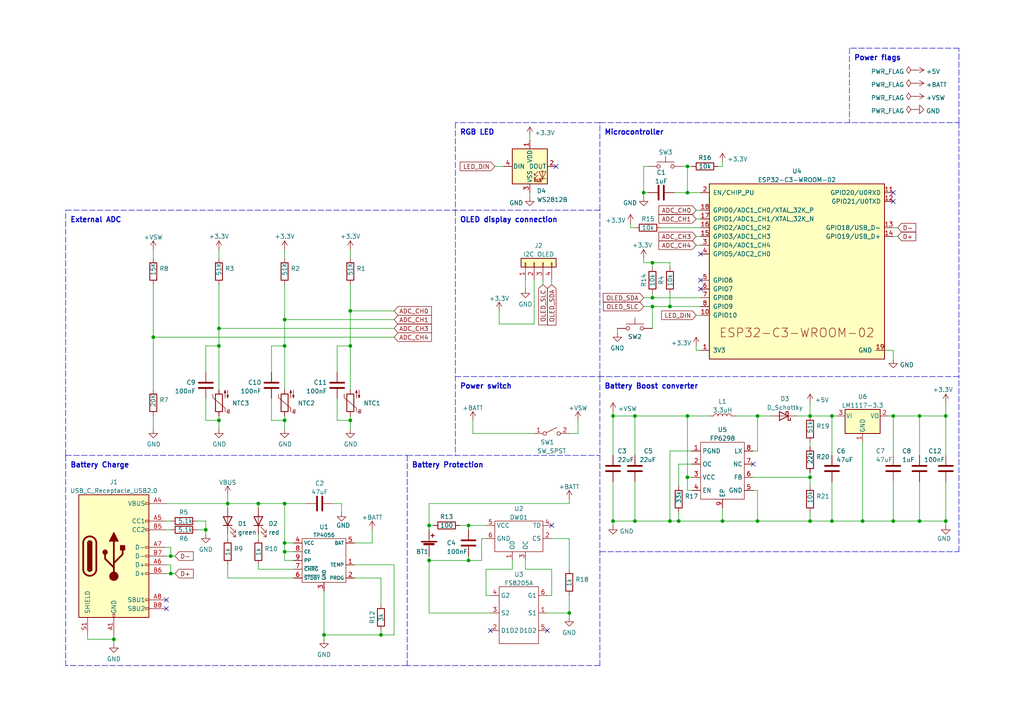
<source format=kicad_sch>
(kicad_sch (version 20211123) (generator eeschema)
  (paper "A4")
  (title_block (title "Feniks BBQ thermometer") (date "2022-12-19") (rev "0.4") (company "Marijn van Dongen"))
  (lib_symbols
    (symbol "Connector:USB_C_Receptacle_USB2.0" (pin_names (offset 1.016))
      (property "Reference" "J" (at -10.16 19.05 0))
      (property "Value" "USB_C_Receptacle_USB2.0" (at 19.05 19.05 0))
      (symbol "USB_C_Receptacle_USB2.0_1_1"
        (pin passive line (at 0 -22.86 90) (length 5.08) (name "GND") (number "A1"))
        (pin passive line (at 0 -22.86 90) (length 5.08) hide (name "GND") (number "A12"))
        (pin passive line (at 15.24 15.24 180) (length 5.08) (name "VBUS") (number "A4"))
        (pin bidirectional line (at 15.24 10.16 180) (length 5.08) (name "CC1") (number "A5"))
        (pin bidirectional line (at 15.24 -2.54 180) (length 5.08) (name "D+") (number "A6"))
        (pin bidirectional line (at 15.24 2.54 180) (length 5.08) (name "D-") (number "A7"))
        (pin bidirectional line (at 15.24 -12.7 180) (length 5.08) (name "SBU1") (number "A8"))
        (pin passive line (at 15.24 15.24 180) (length 5.08) hide (name "VBUS") (number "A9"))
        (pin passive line (at 0 -22.86 90) (length 5.08) hide (name "GND") (number "B1"))
        (pin passive line (at 0 -22.86 90) (length 5.08) hide (name "GND") (number "B12"))
        (pin passive line (at 15.24 15.24 180) (length 5.08) hide (name "VBUS") (number "B4"))
        (pin bidirectional line (at 15.24 7.62 180) (length 5.08) (name "CC2") (number "B5"))
        (pin bidirectional line (at 15.24 -5.08 180) (length 5.08) (name "D+") (number "B6"))
        (pin bidirectional line (at 15.24 0 180) (length 5.08) (name "D-") (number "B7"))
        (pin bidirectional line (at 15.24 -15.24 180) (length 5.08) (name "SBU2") (number "B8"))
        (pin passive line (at 15.24 15.24 180) (length 5.08) hide (name "VBUS") (number "B9"))
        (pin passive line (at -7.62 -22.86 90) (length 5.08) (name "SHIELD") (number "S1"))
      )
    )
    (symbol "Connector_Generic:Conn_01x04" (pin_names (offset 1.016) hide)
      (property "Reference" "J" (at 0 5.08 0))
      (property "Value" "Conn_01x04" (at 0 -7.62 0))
      (symbol "Conn_01x04_1_1"
        (pin passive line (at -5.08 2.54 0) (length 3.81) (name "Pin_1") (number "1"))
        (pin passive line (at -5.08 0 0) (length 3.81) (name "Pin_2") (number "2"))
        (pin passive line (at -5.08 -2.54 0) (length 3.81) (name "Pin_3") (number "3"))
        (pin passive line (at -5.08 -5.08 0) (length 3.81) (name "Pin_4") (number "4"))
      )
    )
    (symbol "Custom:DW01"
      (property "Reference" "U" (at 1.27 10.16 0))
      (property "Value" "DW01" (at 11.43 10.16 0))
      (symbol "DW01_1_1"
        (pin output line (at 8.89 -2.54 90) (length 2.54) (name "OD") (number "1"))
        (pin input line (at -2.54 3.81 0) (length 2.54) (name "CS") (number "2"))
        (pin output line (at 5.08 -2.54 90) (length 2.54) (name "OC") (number "3"))
        (pin input line (at -2.54 7.62 0) (length 2.54) (name "TD") (number "4"))
        (pin input line (at 16.51 7.62 180) (length 2.54) (name "VCC") (number "5"))
        (pin input line (at 16.51 3.81 180) (length 2.54) (name "GND") (number "6"))
      )
    )
    (symbol "Custom:FP6298"
      (property "Reference" "U5" (at -2.54 -0.161 0))
      (property "Value" "FP6298" (at -2.54 -2.6979 0))
      (symbol "FP6298_1_1"
        (pin input line (at -11.43 -6.35 0) (length 2.54) (name "PGND") (number "1"))
        (pin input line (at -11.43 -10.16 0) (length 2.54) (name "OC") (number "2"))
        (pin input line (at -11.43 -13.97 0) (length 2.54) (name "VCC") (number "3"))
        (pin input line (at -11.43 -17.78 0) (length 2.54) (name "EN") (number "4"))
        (pin input line (at 6.35 -17.78 180) (length 2.54) (name "GND") (number "5"))
        (pin input line (at 6.35 -13.97 180) (length 2.54) (name "FB") (number "6"))
        (pin input line (at 6.35 -10.16 180) (length 2.54) (name "NC") (number "7"))
        (pin input line (at 6.35 -6.35 180) (length 2.54) (name "LX") (number "8"))
        (pin input line (at -2.54 -22.86 90) (length 2.54) (name "EP") (number "9"))
      )
    )
    (symbol "Custom:FS8205A"
      (property "Reference" "U" (at 1.27 5.08 0))
      (property "Value" "FS8205A" (at -1.27 8.89 90))
      (symbol "FS8205A_1_1"
        (pin input line (at 7.62 13.97 270) (length 2.54) (name "S1") (number "1"))
        (pin input line (at 12.7 -2.54 90) (length 2.54) (name "D1D2") (number "2"))
        (pin input line (at 7.62 -2.54 90) (length 2.54) (name "S2") (number "3"))
        (pin input line (at 2.54 -2.54 90) (length 2.54) (name "G2") (number "4"))
        (pin input line (at 12.7 13.97 270) (length 2.54) (name "D1D2") (number "5"))
        (pin input line (at 2.54 13.97 270) (length 2.54) (name "G1") (number "6"))
      )
    )
    (symbol "Custom:TP4056"
      (property "Reference" "U" (at 1.27 13.97 0))
      (property "Value" "TP4056" (at 8.89 13.97 0))
      (symbol "TP4056_1_1"
        (pin input line (at 15.24 5.08 180) (length 2.54) (name "TEMP") (number "1"))
        (pin input line (at 15.24 1.27 180) (length 2.54) (name "PROG") (number "2"))
        (pin input line (at 6.35 -2.54 90) (length 2.54) (name "GND") (number "3"))
        (pin input line (at -2.54 11.43 0) (length 2.54) (name "VCC") (number "4"))
        (pin input line (at 15.24 11.43 180) (length 2.54) (name "BAT") (number "5"))
        (pin input line (at -2.54 1.27 0) (length 2.54) (name "~{STDBY}") (number "6"))
        (pin input line (at -2.54 3.81 0) (length 2.54) (name "~{CHRG}") (number "7"))
        (pin input line (at -2.54 8.89 0) (length 2.54) (name "CE") (number "8"))
        (pin input line (at -2.54 6.35 0) (length 2.54) (name "PP") (number "9"))
      )
    )
    (symbol "Device:Battery_Cell" (pin_numbers hide) (pin_names (offset 0) hide)
      (property "Reference" "BT" (at 2.54 2.54 0))
      (property "Value" "Battery_Cell" (at 2.54 0 0))
      (symbol "Battery_Cell_1_1"
        (pin passive line (at 0 5.08 270) (length 2.54) (name "+") (number "1"))
        (pin passive line (at 0 -2.54 90) (length 2.54) (name "-") (number "2"))
      )
    )
    (symbol "Device:C" (pin_numbers hide) (pin_names (offset 0.254))
      (property "Reference" "C" (at 0.635 2.54 0))
      (property "Value" "C" (at 0.635 -2.54 0))
      (symbol "C_1_1"
        (pin passive line (at 0 3.81 270) (length 2.794) (name "~") (number "1"))
        (pin passive line (at 0 -3.81 90) (length 2.794) (name "~") (number "2"))
      )
    )
    (symbol "Device:D_Schottky" (pin_numbers hide) (pin_names (offset 1.016) hide)
      (property "Reference" "D" (at 0 2.54 0))
      (property "Value" "D_Schottky" (at 0 -2.54 0))
      (symbol "D_Schottky_1_1"
        (pin passive line (at -3.81 0 0) (length 2.54) (name "K") (number "1"))
        (pin passive line (at 3.81 0 180) (length 2.54) (name "A") (number "2"))
      )
    )
    (symbol "Device:L" (pin_numbers hide) (pin_names (offset 1.016) hide)
      (property "Reference" "L" (at -1.27 0 90))
      (property "Value" "L" (at 1.905 0 90))
      (symbol "L_1_1"
        (pin passive line (at 0 3.81 270) (length 1.27) (name "1") (number "1"))
        (pin passive line (at 0 -3.81 90) (length 1.27) (name "2") (number "2"))
      )
    )
    (symbol "Device:LED" (pin_numbers hide) (pin_names (offset 1.016) hide)
      (property "Reference" "D" (at 0 2.54 0))
      (property "Value" "LED" (at 0 -2.54 0))
      (symbol "LED_1_1"
        (pin passive line (at -3.81 0 0) (length 2.54) (name "K") (number "1"))
        (pin passive line (at 3.81 0 180) (length 2.54) (name "A") (number "2"))
      )
    )
    (symbol "Device:R" (pin_numbers hide) (pin_names (offset 0))
      (property "Reference" "R" (at 2.032 0 90))
      (property "Value" "R" (at 0 0 90))
      (symbol "R_1_1"
        (pin passive line (at 0 3.81 270) (length 1.27) (name "~") (number "1"))
        (pin passive line (at 0 -3.81 90) (length 1.27) (name "~") (number "2"))
      )
    )
    (symbol "Device:Thermistor_NTC" (pin_numbers hide) (pin_names (offset 0))
      (property "Reference" "TH" (at -4.445 0 90))
      (property "Value" "Thermistor_NTC" (at 3.175 0 90))
      (symbol "Thermistor_NTC_1_1"
        (pin passive line (at 0 3.81 270) (length 1.27) (name "~") (number "1"))
        (pin passive line (at 0 -3.81 90) (length 1.27) (name "~") (number "2"))
      )
    )
    (symbol "Espressif:ESP32-C3-WROOM-02" (pin_names (offset 1.016))
      (property "Reference" "U" (at -25.4 30.48 0))
      (property "Value" "ESP32-C3-WROOM-02" (at -25.4 27.94 0))
      (symbol "ESP32-C3-WROOM-02_0_0"
        (text "ESP32-C3-WROOM-02" (at 0 -17.78 0) (effects (font (size 2.54 2.54))))
      )
      (symbol "ESP32-C3-WROOM-02_1_1"
        (pin power_in line (at -27.94 -22.86 0) (length 2.54) (name "3V3") (number "1"))
        (pin bidirectional line (at -27.94 -12.7 0) (length 2.54) (name "GPIO10") (number "10"))
        (pin bidirectional line (at 27.94 22.86 180) (length 2.54) (name "GPIO20/U0RXD") (number "11"))
        (pin bidirectional line (at 27.94 20.32 180) (length 2.54) (name "GPIO21/U0TXD") (number "12"))
        (pin bidirectional line (at 27.94 12.7 180) (length 2.54) (name "GPIO18/USB_D-") (number "13"))
        (pin bidirectional line (at 27.94 10.16 180) (length 2.54) (name "GPIO19/USB_D+") (number "14"))
        (pin bidirectional line (at -27.94 10.16 0) (length 2.54) (name "GPIO3/ADC1_CH3") (number "15"))
        (pin bidirectional line (at -27.94 12.7 0) (length 2.54) (name "GPIO2/ADC1_CH2") (number "16"))
        (pin bidirectional line (at -27.94 15.24 0) (length 2.54) (name "GPIO1/ADC1_CH1/XTAL_32K_N") (number "17"))
        (pin bidirectional line (at -27.94 17.78 0) (length 2.54) (name "GPIO0/ADC1_CH0/XTAL_32K_P") (number "18"))
        (pin passive line (at 25.4 -22.86 180) (length 2.54) (name "GND") (number "19"))
        (pin input line (at -27.94 22.86 0) (length 2.54) (name "EN/CHIP_PU") (number "2"))
        (pin bidirectional line (at -27.94 7.62 0) (length 2.54) (name "GPIO4/ADC1_CH4") (number "3"))
        (pin bidirectional line (at -27.94 5.08 0) (length 2.54) (name "GPIO5/ADC2_CH0") (number "4"))
        (pin bidirectional line (at -27.94 -2.54 0) (length 2.54) (name "GPIO6") (number "5"))
        (pin bidirectional line (at -27.94 -5.08 0) (length 2.54) (name "GPIO7") (number "6"))
        (pin bidirectional line (at -27.94 -7.62 0) (length 2.54) (name "GPIO8") (number "7"))
        (pin bidirectional line (at -27.94 -10.16 0) (length 2.54) (name "GPIO9") (number "8"))
        (pin power_in line (at 25.4 -22.86 180) (length 2.54) hide (name "GND") (number "9"))
      )
    )
    (symbol "LED:WS2812B" (pin_names (offset 0.254))
      (property "Reference" "D" (at 5.08 5.715 0))
      (property "Value" "WS2812B" (at 1.27 -5.715 0))
      (symbol "WS2812B_0_0"
        (text "RGB" (at 2.286 -4.191 0) (effects (font (size 0.762 0.762))))
      )
      (symbol "WS2812B_1_1"
        (pin power_in line (at 0 7.62 270) (length 2.54) (name "VDD") (number "1"))
        (pin output line (at 7.62 0 180) (length 2.54) (name "DOUT") (number "2"))
        (pin power_in line (at 0 -7.62 90) (length 2.54) (name "VSS") (number "3"))
        (pin input line (at -7.62 0 0) (length 2.54) (name "DIN") (number "4"))
      )
    )
    (symbol "Regulator_Linear:LM1117-3.3" (pin_names (offset 0.254))
      (property "Reference" "U" (at -3.81 3.175 0))
      (property "Value" "LM1117-3.3" (at 0 3.175 0))
      (symbol "LM1117-3.3_1_1"
        (pin power_in line (at 0 -7.62 90) (length 2.54) (name "GND") (number "1"))
        (pin power_out line (at 7.62 0 180) (length 2.54) (name "VO") (number "2"))
        (pin power_in line (at -7.62 0 0) (length 2.54) (name "VI") (number "3"))
      )
    )
    (symbol "Switch:SW_Push" (pin_numbers hide) (pin_names (offset 1.016) hide)
      (property "Reference" "SW" (at 1.27 2.54 0))
      (property "Value" "SW_Push" (at 0 -1.524 0))
      (symbol "SW_Push_0_1"
        (pin passive line (at -5.08 0 0) (length 2.54) (name "1") (number "1"))
        (pin passive line (at 5.08 0 180) (length 2.54) (name "2") (number "2"))
      )
    )
    (symbol "Switch:SW_SPST" (pin_names (offset 0) hide)
      (property "Reference" "SW" (at 0 3.175 0))
      (property "Value" "SW_SPST" (at 0 -2.54 0))
      (symbol "SW_SPST_1_1"
        (pin passive line (at -5.08 0 0) (length 2.54) (name "A") (number "1"))
        (pin passive line (at 5.08 0 180) (length 2.54) (name "B") (number "2"))
      )
    )
    (symbol "power:+3.3V" (power) (pin_names (offset 0))
      (property "Value" "+3.3V" (at 0 3.556 0))
      (symbol "+3.3V_1_1"
        (pin power_in line (at 0 0 90) (length 0) hide (name "+3.3V") (number "1"))
      )
    )
    (symbol "power:+5V" (power) (pin_names (offset 0))
      (property "Value" "+5V" (at 0 3.556 0))
      (symbol "+5V_1_1"
        (pin power_in line (at 0 0 90) (length 0) hide (name "+5V") (number "1"))
      )
    )
    (symbol "power:+BATT" (power) (pin_names (offset 0))
      (property "Value" "+BATT" (at 0 3.556 0))
      (symbol "+BATT_1_1"
        (pin power_in line (at 0 0 90) (length 0) hide (name "+BATT") (number "1"))
      )
    )
    (symbol "power:+VSW" (power) (pin_names (offset 0))
      (property "Value" "+VSW" (at 0 3.556 0))
      (symbol "+VSW_1_1"
        (pin power_in line (at 0 0 90) (length 0) hide (name "+VSW") (number "1"))
      )
    )
    (symbol "power:GND" (power) (pin_names (offset 0))
      (property "Value" "GND" (at 0 -3.81 0))
      (symbol "GND_1_1"
        (pin power_in line (at 0 0 270) (length 0) hide (name "GND") (number "1"))
      )
    )
    (symbol "power:PWR_FLAG" (power) (pin_numbers hide) (pin_names (offset 0) hide)
      (property "Value" "PWR_FLAG" (at 0 3.81 0))
      (symbol "PWR_FLAG_0_0"
        (pin power_out line (at 0 0 90) (length 0) (name "pwr") (number "1"))
      )
    )
    (symbol "power:VBUS" (power) (pin_names (offset 0))
      (property "Value" "VBUS" (at 0 3.81 0))
      (symbol "VBUS_1_1"
        (pin power_in line (at 0 0 90) (length 0) hide (name "VBUS") (number "1"))
      )
    )
  )
  (junction (at 194.31 88.9))
  (junction (at 82.55 160.02))
  (junction (at 184.15 151.13))
  (junction (at 101.6 100.33))
  (junction (at 274.32 151.13))
  (junction (at 199.39 48.26))
  (junction (at 186.69 55.88))
  (junction (at 93.98 184.15))
  (junction (at 259.08 120.65))
  (junction (at 199.39 120.65))
  (junction (at 135.89 152.4))
  (junction (at 49.53 161.29))
  (junction (at 82.55 146.05))
  (junction (at 234.95 120.65))
  (junction (at 274.32 120.65))
  (junction (at 177.8 151.13))
  (junction (at 219.71 151.13))
  (junction (at 124.46 152.4))
  (junction (at 82.55 92.71))
  (junction (at 241.3 151.13))
  (junction (at 184.15 120.65))
  (junction (at 101.6 121.92))
  (junction (at 44.45 97.79))
  (junction (at 124.46 162.56))
  (junction (at 209.55 151.13))
  (junction (at 199.39 138.43))
  (junction (at 199.39 55.88))
  (junction (at 189.23 88.9))
  (junction (at 66.04 146.05))
  (junction (at 101.6 90.17))
  (junction (at 189.23 86.36))
  (junction (at 234.95 151.13))
  (junction (at 82.55 100.33))
  (junction (at 266.7 151.13))
  (junction (at 49.53 166.37))
  (junction (at 219.71 120.65))
  (junction (at 259.08 151.13))
  (junction (at 177.8 120.65))
  (junction (at 165.1 177.8))
  (junction (at 234.95 138.43))
  (junction (at 189.23 76.2))
  (junction (at 266.7 120.65))
  (junction (at 74.93 146.05))
  (junction (at 63.5 95.25))
  (junction (at 250.19 151.13))
  (junction (at 82.55 121.92))
  (junction (at 241.3 120.65))
  (junction (at 135.89 162.56))
  (junction (at 33.02 185.42))
  (junction (at 110.49 184.15))
  (junction (at 196.85 151.13))
  (junction (at 194.31 151.13))
  (junction (at 63.5 100.33))
  (junction (at 82.55 157.48))
  (junction (at 59.69 153.67))
  (junction (at 63.5 121.92))
  (no_connect (at 161.29 48.26))
  (no_connect (at 259.08 55.88))
  (no_connect (at 259.08 58.42))
  (no_connect (at 158.75 182.88))
  (no_connect (at 203.2 73.66))
  (no_connect (at 218.44 134.62))
  (no_connect (at 48.26 173.99))
  (no_connect (at 48.26 176.53))
  (no_connect (at 203.2 81.28))
  (no_connect (at 203.2 83.82))
  (no_connect (at 160.02 152.4))
  (no_connect (at 142.24 182.88))
  (wire (pts (xy 201.93 101.6) (xy 203.2 101.6)))
  (wire (pts (xy 234.95 138.43) (xy 234.95 140.97)))
  (polyline (pts (xy 173.99 35.56) (xy 278.13 35.56)))
  (wire (pts (xy 219.71 142.24) (xy 219.71 151.13)))
  (polyline (pts (xy 118.11 193.04) (xy 19.05 193.04)))
  (wire (pts (xy 74.93 163.83) (xy 74.93 165.1)))
  (wire (pts (xy 160.02 172.72) (xy 158.75 172.72)))
  (wire (pts (xy 124.46 152.4) (xy 124.46 153.67)))
  (wire (pts (xy 165.1 177.8) (xy 165.1 179.07)))
  (wire (pts (xy 135.89 152.4) (xy 135.89 153.67)))
  (polyline (pts (xy 173.99 60.96) (xy 132.08 60.96)))
  (wire (pts (xy 153.67 55.88) (xy 153.67 57.15)))
  (polyline (pts (xy 19.05 132.08) (xy 19.05 193.04)))
  (wire (pts (xy 144.78 93.98) (xy 144.78 90.17)))
  (wire (pts (xy 49.53 158.75) (xy 49.53 161.29)))
  (wire (pts (xy 199.39 142.24) (xy 200.66 142.24)))
  (wire (pts (xy 209.55 151.13) (xy 219.71 151.13)))
  (wire (pts (xy 125.73 152.4) (xy 124.46 152.4)))
  (wire (pts (xy 93.98 171.45) (xy 93.98 184.15)))
  (wire (pts (xy 148.59 165.1) (xy 148.59 162.56)))
  (wire (pts (xy 189.23 86.36) (xy 203.2 86.36)))
  (wire (pts (xy 219.71 120.65) (xy 223.52 120.65)))
  (wire (pts (xy 101.6 90.17) (xy 101.6 100.33)))
  (polyline (pts (xy 278.13 35.56) (xy 278.13 109.22)))
  (wire (pts (xy 25.4 185.42) (xy 33.02 185.42)))
  (wire (pts (xy 101.6 124.46) (xy 101.6 121.92)))
  (wire (pts (xy 266.7 120.65) (xy 266.7 132.08)))
  (wire (pts (xy 256.54 101.6) (xy 259.08 101.6)))
  (wire (pts (xy 177.8 120.65) (xy 177.8 132.08)))
  (wire (pts (xy 191.77 66.04) (xy 203.2 66.04)))
  (polyline (pts (xy 19.05 132.08) (xy 19.05 60.96)))
  (polyline (pts (xy 173.99 109.22) (xy 173.99 132.08)))
  (wire (pts (xy 82.55 157.48) (xy 85.09 157.48)))
  (wire (pts (xy 201.93 60.96) (xy 203.2 60.96)))
  (wire (pts (xy 74.93 154.94) (xy 74.93 156.21)))
  (wire (pts (xy 101.6 121.92) (xy 101.6 120.65)))
  (wire (pts (xy 218.44 130.81) (xy 219.71 130.81)))
  (wire (pts (xy 82.55 162.56) (xy 82.55 160.02)))
  (wire (pts (xy 199.39 120.65) (xy 205.74 120.65)))
  (wire (pts (xy 74.93 165.1) (xy 85.09 165.1)))
  (polyline (pts (xy 278.13 13.97) (xy 246.38 13.97)))
  (wire (pts (xy 177.8 151.13) (xy 184.15 151.13)))
  (wire (pts (xy 259.08 120.65) (xy 259.08 132.08)))
  (wire (pts (xy 59.69 121.92) (xy 63.5 121.92)))
  (wire (pts (xy 101.6 82.55) (xy 101.6 90.17)))
  (polyline (pts (xy 19.05 132.08) (xy 118.11 132.08)))
  (wire (pts (xy 63.5 74.93) (xy 63.5 72.39)))
  (wire (pts (xy 82.55 146.05) (xy 82.55 157.48)))
  (wire (pts (xy 234.95 151.13) (xy 219.71 151.13)))
  (wire (pts (xy 59.69 107.95) (xy 59.69 100.33)))
  (wire (pts (xy 241.3 151.13) (xy 234.95 151.13)))
  (wire (pts (xy 33.02 185.42) (xy 33.02 184.15)))
  (wire (pts (xy 209.55 48.26) (xy 208.28 48.26)))
  (wire (pts (xy 135.89 152.4) (xy 140.97 152.4)))
  (wire (pts (xy 199.39 120.65) (xy 199.39 138.43)))
  (wire (pts (xy 259.08 139.7) (xy 259.08 151.13)))
  (wire (pts (xy 96.52 146.05) (xy 99.06 146.05)))
  (wire (pts (xy 82.55 82.55) (xy 82.55 92.71)))
  (wire (pts (xy 66.04 167.64) (xy 85.09 167.64)))
  (wire (pts (xy 137.16 125.73) (xy 154.94 125.73)))
  (wire (pts (xy 186.69 48.26) (xy 187.96 48.26)))
  (wire (pts (xy 234.95 137.16) (xy 234.95 138.43)))
  (wire (pts (xy 44.45 97.79) (xy 114.3 97.79)))
  (wire (pts (xy 209.55 46.99) (xy 209.55 48.26)))
  (wire (pts (xy 241.3 120.65) (xy 242.57 120.65)))
  (wire (pts (xy 49.53 153.67) (xy 48.26 153.67)))
  (wire (pts (xy 201.93 100.33) (xy 201.93 101.6)))
  (wire (pts (xy 160.02 165.1) (xy 160.02 172.72)))
  (wire (pts (xy 234.95 138.43) (xy 218.44 138.43)))
  (wire (pts (xy 198.12 48.26) (xy 199.39 48.26)))
  (wire (pts (xy 44.45 120.65) (xy 44.45 124.46)))
  (wire (pts (xy 124.46 146.05) (xy 165.1 146.05)))
  (wire (pts (xy 110.49 182.88) (xy 110.49 184.15)))
  (wire (pts (xy 102.87 163.83) (xy 114.3 163.83)))
  (wire (pts (xy 97.79 115.57) (xy 97.79 121.92)))
  (wire (pts (xy 114.3 163.83) (xy 114.3 184.15)))
  (wire (pts (xy 25.4 184.15) (xy 25.4 185.42)))
  (polyline (pts (xy 173.99 109.22) (xy 173.99 60.96)))
  (wire (pts (xy 49.53 166.37) (xy 50.8 166.37)))
  (polyline (pts (xy 173.99 35.56) (xy 132.08 35.56)))
  (wire (pts (xy 241.3 120.65) (xy 241.3 132.08)))
  (wire (pts (xy 49.53 161.29) (xy 50.8 161.29)))
  (wire (pts (xy 200.66 134.62) (xy 196.85 134.62)))
  (wire (pts (xy 82.55 92.71) (xy 82.55 100.33)))
  (wire (pts (xy 165.1 146.05) (xy 165.1 144.78)))
  (wire (pts (xy 78.74 107.95) (xy 78.74 100.33)))
  (wire (pts (xy 234.95 116.84) (xy 234.95 120.65)))
  (wire (pts (xy 66.04 143.51) (xy 66.04 146.05)))
  (wire (pts (xy 33.02 186.69) (xy 33.02 185.42)))
  (wire (pts (xy 82.55 74.93) (xy 82.55 72.39)))
  (wire (pts (xy 82.55 100.33) (xy 82.55 113.03)))
  (wire (pts (xy 66.04 163.83) (xy 66.04 167.64)))
  (polyline (pts (xy 118.11 132.08) (xy 118.11 193.04)))
  (wire (pts (xy 259.08 66.04) (xy 260.35 66.04)))
  (wire (pts (xy 179.07 95.25) (xy 179.07 96.52)))
  (wire (pts (xy 133.35 152.4) (xy 135.89 152.4)))
  (wire (pts (xy 74.93 146.05) (xy 66.04 146.05)))
  (wire (pts (xy 139.7 156.21) (xy 139.7 162.56)))
  (wire (pts (xy 63.5 121.92) (xy 63.5 120.65)))
  (wire (pts (xy 177.8 119.38) (xy 177.8 120.65)))
  (wire (pts (xy 140.97 165.1) (xy 148.59 165.1)))
  (polyline (pts (xy 132.08 109.22) (xy 173.99 109.22)))
  (wire (pts (xy 196.85 134.62) (xy 196.85 140.97)))
  (wire (pts (xy 102.87 167.64) (xy 110.49 167.64)))
  (wire (pts (xy 82.55 157.48) (xy 82.55 160.02)))
  (wire (pts (xy 165.1 172.72) (xy 165.1 177.8)))
  (wire (pts (xy 140.97 156.21) (xy 139.7 156.21)))
  (wire (pts (xy 44.45 72.39) (xy 44.45 74.93)))
  (wire (pts (xy 124.46 162.56) (xy 124.46 161.29)))
  (wire (pts (xy 186.69 55.88) (xy 186.69 48.26)))
  (wire (pts (xy 241.3 151.13) (xy 250.19 151.13)))
  (wire (pts (xy 250.19 151.13) (xy 259.08 151.13)))
  (polyline (pts (xy 132.08 60.96) (xy 132.08 132.08)))
  (wire (pts (xy 200.66 130.81) (xy 194.31 130.81)))
  (wire (pts (xy 66.04 154.94) (xy 66.04 156.21)))
  (wire (pts (xy 140.97 172.72) (xy 140.97 165.1)))
  (wire (pts (xy 199.39 48.26) (xy 199.39 55.88)))
  (polyline (pts (xy 278.13 35.56) (xy 278.13 13.97)))
  (polyline (pts (xy 118.11 132.08) (xy 173.99 132.08)))
  (wire (pts (xy 49.53 163.83) (xy 49.53 166.37)))
  (wire (pts (xy 165.1 125.73) (xy 167.64 125.73)))
  (wire (pts (xy 142.24 172.72) (xy 140.97 172.72)))
  (wire (pts (xy 63.5 95.25) (xy 63.5 100.33)))
  (wire (pts (xy 259.08 68.58) (xy 260.35 68.58)))
  (wire (pts (xy 101.6 100.33) (xy 101.6 113.03)))
  (wire (pts (xy 199.39 138.43) (xy 200.66 138.43)))
  (wire (pts (xy 259.08 151.13) (xy 266.7 151.13)))
  (wire (pts (xy 57.15 153.67) (xy 59.69 153.67)))
  (wire (pts (xy 194.31 130.81) (xy 194.31 151.13)))
  (wire (pts (xy 63.5 95.25) (xy 114.3 95.25)))
  (wire (pts (xy 124.46 146.05) (xy 124.46 152.4)))
  (wire (pts (xy 187.96 55.88) (xy 186.69 55.88)))
  (wire (pts (xy 153.67 39.37) (xy 153.67 40.64)))
  (wire (pts (xy 101.6 74.93) (xy 101.6 72.39)))
  (wire (pts (xy 194.31 151.13) (xy 196.85 151.13)))
  (wire (pts (xy 152.4 165.1) (xy 160.02 165.1)))
  (wire (pts (xy 93.98 184.15) (xy 93.98 185.42)))
  (polyline (pts (xy 278.13 109.22) (xy 173.99 109.22)))
  (wire (pts (xy 78.74 100.33) (xy 82.55 100.33)))
  (polyline (pts (xy 132.08 35.56) (xy 132.08 60.96)))
  (wire (pts (xy 82.55 146.05) (xy 88.9 146.05)))
  (wire (pts (xy 74.93 146.05) (xy 74.93 147.32)))
  (wire (pts (xy 194.31 85.09) (xy 194.31 88.9)))
  (wire (pts (xy 234.95 129.54) (xy 234.95 128.27)))
  (wire (pts (xy 266.7 120.65) (xy 274.32 120.65)))
  (wire (pts (xy 274.32 120.65) (xy 274.32 132.08)))
  (wire (pts (xy 49.53 151.13) (xy 48.26 151.13)))
  (wire (pts (xy 177.8 151.13) (xy 177.8 152.4)))
  (wire (pts (xy 157.48 81.28) (xy 157.48 82.55)))
  (wire (pts (xy 274.32 116.84) (xy 274.32 120.65)))
  (wire (pts (xy 196.85 148.59) (xy 196.85 151.13)))
  (wire (pts (xy 48.26 166.37) (xy 49.53 166.37)))
  (wire (pts (xy 143.51 48.26) (xy 146.05 48.26)))
  (wire (pts (xy 59.69 100.33) (xy 63.5 100.33)))
  (wire (pts (xy 182.88 64.77) (xy 182.88 66.04)))
  (wire (pts (xy 135.89 161.29) (xy 135.89 162.56)))
  (wire (pts (xy 274.32 139.7) (xy 274.32 151.13)))
  (wire (pts (xy 135.89 162.56) (xy 124.46 162.56)))
  (wire (pts (xy 194.31 76.2) (xy 194.31 77.47)))
  (wire (pts (xy 184.15 139.7) (xy 184.15 151.13)))
  (polyline (pts (xy 278.13 160.02) (xy 278.13 109.22)))
  (wire (pts (xy 99.06 146.05) (xy 99.06 148.59)))
  (wire (pts (xy 152.4 81.28) (xy 152.4 83.82)))
  (wire (pts (xy 234.95 120.65) (xy 241.3 120.65)))
  (polyline (pts (xy 173.99 193.04) (xy 118.11 193.04)))
  (wire (pts (xy 259.08 120.65) (xy 266.7 120.65)))
  (wire (pts (xy 124.46 177.8) (xy 124.46 162.56)))
  (wire (pts (xy 201.93 68.58) (xy 203.2 68.58)))
  (wire (pts (xy 44.45 97.79) (xy 44.45 113.03)))
  (wire (pts (xy 165.1 165.1) (xy 165.1 156.21)))
  (wire (pts (xy 234.95 148.59) (xy 234.95 151.13)))
  (wire (pts (xy 48.26 161.29) (xy 49.53 161.29)))
  (wire (pts (xy 59.69 151.13) (xy 59.69 153.67)))
  (wire (pts (xy 213.36 120.65) (xy 219.71 120.65)))
  (wire (pts (xy 59.69 153.67) (xy 59.69 154.94)))
  (wire (pts (xy 44.45 82.55) (xy 44.45 97.79)))
  (wire (pts (xy 107.95 157.48) (xy 102.87 157.48)))
  (wire (pts (xy 189.23 76.2) (xy 194.31 76.2)))
  (wire (pts (xy 59.69 115.57) (xy 59.69 121.92)))
  (wire (pts (xy 154.94 93.98) (xy 144.78 93.98)))
  (wire (pts (xy 274.32 152.4) (xy 274.32 151.13)))
  (wire (pts (xy 93.98 184.15) (xy 110.49 184.15)))
  (wire (pts (xy 152.4 162.56) (xy 152.4 165.1)))
  (wire (pts (xy 85.09 160.02) (xy 82.55 160.02)))
  (wire (pts (xy 199.39 55.88) (xy 203.2 55.88)))
  (wire (pts (xy 78.74 115.57) (xy 78.74 121.92)))
  (wire (pts (xy 195.58 55.88) (xy 199.39 55.88)))
  (wire (pts (xy 189.23 88.9) (xy 194.31 88.9)))
  (wire (pts (xy 189.23 85.09) (xy 189.23 86.36)))
  (polyline (pts (xy 173.99 132.08) (xy 173.99 193.04)))
  (polyline (pts (xy 19.05 60.96) (xy 132.08 60.96)))
  (wire (pts (xy 196.85 151.13) (xy 209.55 151.13)))
  (wire (pts (xy 63.5 100.33) (xy 63.5 113.03)))
  (wire (pts (xy 219.71 130.81) (xy 219.71 120.65)))
  (wire (pts (xy 184.15 151.13) (xy 194.31 151.13)))
  (wire (pts (xy 48.26 146.05) (xy 66.04 146.05)))
  (wire (pts (xy 82.55 121.92) (xy 82.55 120.65)))
  (wire (pts (xy 165.1 156.21) (xy 160.02 156.21)))
  (wire (pts (xy 250.19 128.27) (xy 250.19 151.13)))
  (wire (pts (xy 107.95 153.67) (xy 107.95 157.48)))
  (wire (pts (xy 82.55 92.71) (xy 114.3 92.71)))
  (wire (pts (xy 186.69 74.93) (xy 186.69 76.2)))
  (wire (pts (xy 184.15 120.65) (xy 199.39 120.65)))
  (wire (pts (xy 49.53 158.75) (xy 48.26 158.75)))
  (wire (pts (xy 201.93 71.12) (xy 203.2 71.12)))
  (wire (pts (xy 186.69 86.36) (xy 189.23 86.36)))
  (wire (pts (xy 167.64 121.92) (xy 167.64 125.73)))
  (wire (pts (xy 97.79 100.33) (xy 101.6 100.33)))
  (wire (pts (xy 266.7 139.7) (xy 266.7 151.13)))
  (wire (pts (xy 241.3 139.7) (xy 241.3 151.13)))
  (wire (pts (xy 194.31 88.9) (xy 203.2 88.9)))
  (wire (pts (xy 97.79 121.92) (xy 101.6 121.92)))
  (wire (pts (xy 184.15 120.65) (xy 184.15 132.08)))
  (wire (pts (xy 231.14 120.65) (xy 234.95 120.65)))
  (wire (pts (xy 257.81 120.65) (xy 259.08 120.65)))
  (wire (pts (xy 259.08 101.6) (xy 259.08 104.14)))
  (wire (pts (xy 63.5 124.46) (xy 63.5 121.92)))
  (wire (pts (xy 78.74 121.92) (xy 82.55 121.92)))
  (wire (pts (xy 177.8 120.65) (xy 184.15 120.65)))
  (wire (pts (xy 63.5 82.55) (xy 63.5 95.25)))
  (wire (pts (xy 66.04 146.05) (xy 66.04 147.32)))
  (wire (pts (xy 186.69 88.9) (xy 189.23 88.9)))
  (wire (pts (xy 48.26 163.83) (xy 49.53 163.83)))
  (wire (pts (xy 85.09 162.56) (xy 82.55 162.56)))
  (wire (pts (xy 186.69 55.88) (xy 186.69 57.15)))
  (wire (pts (xy 177.8 139.7) (xy 177.8 151.13)))
  (polyline (pts (xy 173.99 160.02) (xy 278.13 160.02)))
  (wire (pts (xy 201.93 63.5) (xy 203.2 63.5)))
  (wire (pts (xy 200.66 48.26) (xy 199.39 48.26)))
  (wire (pts (xy 199.39 138.43) (xy 199.39 142.24)))
  (wire (pts (xy 189.23 76.2) (xy 189.23 77.47)))
  (wire (pts (xy 186.69 76.2) (xy 189.23 76.2)))
  (wire (pts (xy 97.79 100.33) (xy 97.79 107.95)))
  (wire (pts (xy 82.55 146.05) (xy 74.93 146.05)))
  (wire (pts (xy 158.75 177.8) (xy 165.1 177.8)))
  (wire (pts (xy 110.49 167.64) (xy 110.49 175.26)))
  (wire (pts (xy 101.6 90.17) (xy 114.3 90.17)))
  (wire (pts (xy 137.16 121.92) (xy 137.16 125.73)))
  (polyline (pts (xy 246.38 13.97) (xy 246.38 35.56)))
  (wire (pts (xy 142.24 177.8) (xy 124.46 177.8)))
  (wire (pts (xy 182.88 66.04) (xy 184.15 66.04)))
  (wire (pts (xy 110.49 184.15) (xy 114.3 184.15)))
  (wire (pts (xy 160.02 81.28) (xy 160.02 82.55)))
  (wire (pts (xy 57.15 151.13) (xy 59.69 151.13)))
  (wire (pts (xy 201.93 91.44) (xy 203.2 91.44)))
  (wire (pts (xy 82.55 124.46) (xy 82.55 121.92)))
  (wire (pts (xy 189.23 95.25) (xy 189.23 88.9)))
  (wire (pts (xy 266.7 151.13) (xy 274.32 151.13)))
  (polyline (pts (xy 173.99 60.96) (xy 173.99 35.56)))
  (wire (pts (xy 154.94 81.28) (xy 154.94 93.98)))
  (wire (pts (xy 209.55 147.32) (xy 209.55 151.13)))
  (wire (pts (xy 135.89 162.56) (xy 139.7 162.56)))
  (wire (pts (xy 218.44 142.24) (xy 219.71 142.24)))
  (text "Microcontroller" (at 175.26 39.37 0) (effects (font (size 1.5 1.5) (thickness 0.3) bold) (justify left bottom)))
  (text "Power flags" (at 247.65 17.78 0) (effects (font (size 1.5 1.5) (thickness 0.3) bold) (justify left bottom)))
  (text "Battery Protection" (at 119.38 135.89 0) (effects (font (size 1.5 1.5) (thickness 0.3) bold) (justify left bottom)))
  (text "Battery Boost converter" (at 175.26 113.03 0) (effects (font (size 1.5 1.5) (thickness 0.3) bold) (justify left bottom)))
  (text "OLED display connection" (at 133.35 64.77 0) (effects (font (size 1.5 1.5) (thickness 0.3) bold) (justify left bottom)))
  (text "RGB LED" (at 133.35 39.37 0) (effects (font (size 1.5 1.5) (thickness 0.3) bold) (justify left bottom)))
  (text "Battery Charge" (at 20.32 135.89 0) (effects (font (size 1.5 1.5) (thickness 0.3) bold) (justify left bottom)))
  (text "External ADC" (at 20.32 64.77 0) (effects (font (size 1.5 1.5) (thickness 0.3) bold) (justify left bottom)))
  (text "Power switch" (at 133.35 113.03 0) (effects (font (size 1.5 1.5) (thickness 0.3) bold) (justify left bottom)))
  (global_label "ADC_CH1" (shape input) (at 201.93 63.5 180) (property "Intersheet References" "${INTERSHEET_REFS}" (effects hide)))
  (global_label "ADC_CH0" (shape input) (at 201.93 60.96 180) (property "Intersheet References" "${INTERSHEET_REFS}" (effects hide)))
  (global_label "ADC_CH4" (shape input) (at 201.93 71.12 180) (property "Intersheet References" "${INTERSHEET_REFS}" (effects hide)))
  (global_label "LED_DIN" (shape input) (at 143.51 48.26 180) (property "Intersheet References" "${INTERSHEET_REFS}" (effects hide)))
  (global_label "OLED_SLC" (shape input) (at 186.69 88.9 180) (property "Intersheet References" "${INTERSHEET_REFS}" (effects hide)))
  (global_label "LED_DIN" (shape input) (at 201.93 91.44 180) (property "Intersheet References" "${INTERSHEET_REFS}" (effects hide)))
  (global_label "ADC_CH0" (shape input) (at 114.3 90.17 0) (property "Intersheet References" "${INTERSHEET_REFS}" (effects hide)))
  (global_label "OLED_SDA" (shape input) (at 186.69 86.36 180) (property "Intersheet References" "${INTERSHEET_REFS}" (effects hide)))
  (global_label "D-" (shape input) (at 50.8 161.29 0) (property "Intersheet References" "${INTERSHEET_REFS}" (effects hide)))
  (global_label "ADC_CH3" (shape input) (at 114.3 95.25 0) (property "Intersheet References" "${INTERSHEET_REFS}" (effects hide)))
  (global_label "OLED_SDA" (shape input) (at 160.02 82.55 270) (property "Intersheet References" "${INTERSHEET_REFS}" (effects hide)))
  (global_label "D-" (shape input) (at 260.35 66.04 0) (property "Intersheet References" "${INTERSHEET_REFS}" (effects hide)))
  (global_label "D+" (shape input) (at 50.8 166.37 0) (property "Intersheet References" "${INTERSHEET_REFS}" (effects hide)))
  (global_label "ADC_CH4" (shape input) (at 114.3 97.79 0) (property "Intersheet References" "${INTERSHEET_REFS}" (effects hide)))
  (global_label "OLED_SLC" (shape input) (at 157.48 82.55 270) (property "Intersheet References" "${INTERSHEET_REFS}" (effects hide)))
  (global_label "ADC_CH1" (shape input) (at 114.3 92.71 0) (property "Intersheet References" "${INTERSHEET_REFS}" (effects hide)))
  (global_label "D+" (shape input) (at 260.35 68.58 0) (property "Intersheet References" "${INTERSHEET_REFS}" (effects hide)))
  (global_label "ADC_CH3" (shape input) (at 201.93 68.58 180) (property "Intersheet References" "${INTERSHEET_REFS}" (effects hide)))
  (symbol (lib_id "power:PWR_FLAG") (at 265.43 31.75 90) (unit 1)
    (property "Reference" "#FLG03" (effects hide))
    (property "Value" "PWR_FLAG" (at 262.2551 32.1838 90) (effects (justify left)))
  )
  (symbol (lib_id "power:GND") (at 265.43 31.75 90) (unit 1)
    (property "Reference" "#PWR05" (effects hide))
    (property "Value" "GND" (at 268.605 32.1838 90) (effects (justify right)))
  )
  (symbol (lib_id "power:GND") (at 44.45 124.46 0) (unit 1)
    (property "Reference" "#PWR026" (effects hide))
    (property "Value" "GND" (at 44.577 128.8542 0))
  )
  (symbol (lib_id "Device:R") (at 44.45 78.74 180) (unit 1)
    (property "Reference" "R8" (at 46.228 77.9053 0) (effects (justify right)))
    (property "Value" "15K" (at 44.45 80.01 90) (effects (justify right)))
    (property "Footprint" "Resistor_SMD:R_0805_2012Metric_Pad1.20x1.40mm_HandSolder" (effects hide))
  )
  (symbol (lib_id "Device:R") (at 44.45 116.84 180) (unit 1)
    (property "Reference" "R7" (at 46.228 116.0053 0) (effects (justify right)))
    (property "Value" "20K" (at 44.45 118.11 90) (effects (justify right)))
    (property "Footprint" "Resistor_SMD:R_0805_2012Metric_Pad1.20x1.40mm_HandSolder" (effects hide))
  )
  (symbol (lib_id "power:GND") (at 93.98 185.42 0) (unit 1)
    (property "Reference" "#PWR0107" (effects hide))
    (property "Value" "GND" (at 93.98 189.8634 0))
  )
  (symbol (lib_id "Device:LED") (at 74.93 151.13 90) (unit 1)
    (property "Reference" "D2" (at 77.851 151.8828 90) (effects (justify right)))
    (property "Value" "red" (at 77.851 154.4197 90) (effects (justify right)))
    (property "Footprint" "LED_SMD:LED_0805_2012Metric_Pad1.15x1.40mm_HandSolder" (effects hide))
  )
  (symbol (lib_id "power:+3.3V") (at 274.32 116.84 0) (unit 1)
    (property "Reference" "#PWR040" (effects hide))
    (property "Value" "+3.3V" (at 270.51 113.03 0) (effects (justify left)))
  )
  (symbol (lib_id "Device:R") (at 53.34 153.67 90) (unit 1)
    (property "Reference" "R6" (at 54.61 156.21 90) (effects (justify left)))
    (property "Value" "5.1k" (at 55.88 153.67 90) (effects (justify left)))
    (property "Footprint" "Resistor_SMD:R_0805_2012Metric_Pad1.20x1.40mm_HandSolder" (effects hide))
  )
  (symbol (lib_id "Device:R") (at 165.1 168.91 0) (unit 1)
    (property "Reference" "R18" (at 166.878 168.0753 0) (effects (justify left)))
    (property "Value" "1k" (at 165.1 170.18 90) (effects (justify left)))
    (property "Footprint" "Resistor_SMD:R_0805_2012Metric_Pad1.20x1.40mm_HandSolder" (effects hide))
  )
  (symbol (lib_id "power:+3.3V") (at 144.78 90.17 0) (unit 1)
    (property "Reference" "#PWR016" (effects hide))
    (property "Value" "+3.3V" (at 144.78 86.5942 0))
  )
  (symbol (lib_id "power:+3.3V") (at 63.5 72.39 0) (unit 1)
    (property "Reference" "#PWR09" (effects hide))
    (property "Value" "+3.3V" (at 63.5 68.58 0))
  )
  (symbol (lib_id "power:PWR_FLAG") (at 265.43 24.13 90) (unit 1)
    (property "Reference" "#FLG04" (effects hide))
    (property "Value" "PWR_FLAG" (at 262.2551 24.5638 90) (effects (justify left)))
  )
  (symbol (lib_id "Connector:USB_C_Receptacle_USB2.0") (at 33.02 161.29 0) (unit 1)
    (property "Reference" "J1" (at 33.02 139.8102 0))
    (property "Value" "USB_C_Receptacle_USB2.0" (at 33.02 142.3471 0))
    (property "Footprint" "Connector_USB:USB_C_Receptacle_HRO_TYPE-C-31-M-12" (effects hide))
    (property "Datasheet" "https://www.usb.org/sites/default/files/documents/usb_type-c.zip" (effects hide))
  )
  (symbol (lib_id "power:+3.3V") (at 153.67 39.37 0) (unit 1)
    (property "Reference" "#PWR010" (effects hide))
    (property "Value" "+3.3V" (at 155.067 38.5338 0) (effects (justify left)))
  )
  (symbol (lib_id "power:GND") (at 59.69 154.94 0) (unit 1)
    (property "Reference" "#PWR03" (effects hide))
    (property "Value" "GND" (at 59.69 159.3834 0))
  )
  (symbol (lib_id "Custom:DW01") (at 157.48 160.02 0) (mirror y) (unit 1)
    (property "Reference" "U2" (at 150.495 147.5572 0))
    (property "Value" "DW01" (at 150.495 150.0941 0))
    (property "Footprint" "Package_TO_SOT_SMD:SOT-23-6_Handsoldering" (effects hide))
  )
  (symbol (lib_id "power:GND") (at 259.08 104.14 0) (unit 1)
    (property "Reference" "#PWR031" (effects hide))
    (property "Value" "GND" (at 260.985 105.8438 0) (effects (justify left)))
  )
  (symbol (lib_id "Device:C") (at 191.77 55.88 90) (unit 1)
    (property "Reference" "C1" (at 191.77 50.0212 90))
    (property "Value" "1uF" (at 191.77 52.5581 90))
    (property "Footprint" "Capacitor_SMD:C_0805_2012Metric_Pad1.18x1.45mm_HandSolder" (effects hide))
  )
  (symbol (lib_id "power:+3.3V") (at 186.69 74.93 0) (unit 1)
    (property "Reference" "#PWR04" (effects hide))
    (property "Value" "+3.3V" (at 189.23 71.12 0) (effects (justify right)))
  )
  (symbol (lib_id "power:+VSW") (at 44.45 72.39 0) (unit 1)
    (property "Reference" "#PWR0103" (effects hide))
    (property "Value" "+VSW" (at 44.45 68.8142 0))
  )
  (symbol (lib_id "power:+3.3V") (at 182.88 64.77 0) (unit 1)
    (property "Reference" "#PWR028" (effects hide))
    (property "Value" "+3.3V" (at 181.483 63.9338 0) (effects (justify right)))
  )
  (symbol (lib_id "power:GND") (at 186.69 57.15 0) (unit 1)
    (property "Reference" "#PWR022" (effects hide))
    (property "Value" "GND" (at 184.7851 58.8538 0) (effects (justify right)))
  )
  (symbol (lib_id "power:+3.3V") (at 201.93 100.33 0) (unit 1)
    (property "Reference" "#PWR029" (effects hide))
    (property "Value" "+3.3V" (at 200.533 99.4938 0) (effects (justify right)))
  )
  (symbol (lib_id "Device:D_Schottky") (at 227.33 120.65 180) (unit 1)
    (property "Reference" "D3" (at 227.6475 115.6802 0))
    (property "Value" "D_Schottky" (at 227.6475 118.2171 0))
    (property "Footprint" "Diode_SMD:D_SMA" (effects hide))
  )
  (symbol (lib_id "Device:C") (at 259.08 135.89 0) (unit 1)
    (property "Reference" "C7" (at 254 130.8131 0) (effects (justify left)))
    (property "Value" "47uF" (at 254 133.35 0) (effects (justify left)))
    (property "Footprint" "Capacitor_SMD:C_0805_2012Metric_Pad1.18x1.45mm_HandSolder" (effects hide))
  )
  (symbol (lib_id "power:+3.3V") (at 209.55 46.99 0) (unit 1)
    (property "Reference" "#PWR030" (effects hide))
    (property "Value" "+3.3V" (at 210.947 46.1538 0) (effects (justify left)))
  )
  (symbol (lib_id "Device:Thermistor_NTC") (at 82.55 116.84 180) (unit 1)
    (property "Reference" "NTC2" (at 86.36 116.9563 0) (effects (justify right)))
    (property "Value" "Thermistor_NTC" (effects hide))
    (property "Footprint" "Connector_PinSocket_2.54mm:PinSocket_1x02_P2.54mm_Vertical" (effects hide))
  )
  (symbol (lib_id "Device:R") (at 234.95 124.46 0) (unit 1)
    (property "Reference" "R19" (at 236.728 123.6253 0) (effects (justify left)))
    (property "Value" "51k" (at 234.95 125.73 90) (effects (justify left)))
    (property "Footprint" "Resistor_SMD:R_0805_2012Metric_Pad1.20x1.40mm_HandSolder" (effects hide))
  )
  (symbol (lib_id "power:+BATT") (at 165.1 144.78 0) (unit 1)
    (property "Reference" "#PWR027" (effects hide))
    (property "Value" "+BATT" (at 165.1 141.2042 0))
  )
  (symbol (lib_id "power:GND") (at 165.1 179.07 0) (unit 1)
    (property "Reference" "#PWR0105" (effects hide))
    (property "Value" "GND" (at 165.1 183.5134 0))
  )
  (symbol (lib_id "Device:C") (at 184.15 135.89 0) (unit 1)
    (property "Reference" "C5" (at 186.69 130.81 0) (effects (justify left)))
    (property "Value" "22uF" (at 185.42 133.35 0) (effects (justify left)))
    (property "Footprint" "Capacitor_SMD:C_0805_2012Metric_Pad1.18x1.45mm_HandSolder" (effects hide))
  )
  (symbol (lib_id "power:GND") (at 179.07 96.52 0) (unit 1)
    (property "Reference" "#PWR021" (effects hide))
    (property "Value" "GND" (at 179.07 100.9634 0))
  )
  (symbol (lib_id "Device:R") (at 234.95 133.35 0) (unit 1)
    (property "Reference" "R20" (at 236.728 132.5153 0) (effects (justify left)))
    (property "Value" "22k" (at 234.95 134.62 90) (effects (justify left)))
    (property "Footprint" "Resistor_SMD:R_0805_2012Metric_Pad1.20x1.40mm_HandSolder" (effects hide))
  )
  (symbol (lib_id "Device:R") (at 110.49 179.07 180) (unit 1)
    (property "Reference" "R12" (at 107.95 179.07 90))
    (property "Value" "3k" (at 110.49 179.07 90))
    (property "Footprint" "Resistor_SMD:R_0805_2012Metric_Pad1.20x1.40mm_HandSolder" (effects hide))
  )
  (symbol (lib_id "Device:C") (at 274.32 135.89 0) (unit 1)
    (property "Reference" "C12" (at 269.24 130.8131 0) (effects (justify left)))
    (property "Value" "100nF" (at 267.97 133.35 0) (effects (justify left)))
    (property "Footprint" "Capacitor_SMD:C_0805_2012Metric_Pad1.18x1.45mm_HandSolder" (effects hide))
  )
  (symbol (lib_id "power:+VSW") (at 177.8 119.38 0) (unit 1)
    (property "Reference" "#PWR036" (effects hide))
    (property "Value" "+VSW" (at 179.197 118.5438 0) (effects (justify left)))
  )
  (symbol (lib_id "power:GND") (at 99.06 148.59 0) (unit 1)
    (property "Reference" "#PWR032" (effects hide))
    (property "Value" "GND" (at 101.6 152.4 0) (effects (justify right)))
  )
  (symbol (lib_id "Device:R") (at 53.34 151.13 90) (unit 1)
    (property "Reference" "R5" (at 54.61 148.59 90) (effects (justify left)))
    (property "Value" "5.1k" (at 55.88 151.13 90) (effects (justify left)))
    (property "Footprint" "Resistor_SMD:R_0805_2012Metric_Pad1.20x1.40mm_HandSolder" (effects hide))
  )
  (symbol (lib_id "power:+5V") (at 265.43 20.32 270) (unit 1)
    (property "Reference" "#PWR0102" (effects hide))
    (property "Value" "+5V" (at 268.605 20.7538 90) (effects (justify left)))
  )
  (symbol (lib_id "power:GND") (at 153.67 57.15 0) (unit 1)
    (property "Reference" "#PWR011" (effects hide))
    (property "Value" "GND" (at 151.7651 58.8538 0) (effects (justify right)))
  )
  (symbol (lib_id "power:GND") (at 274.32 152.4 0) (unit 1)
    (property "Reference" "#PWR039" (effects hide))
    (property "Value" "GND" (at 271.78 156.21 0) (effects (justify left)))
  )
  (symbol (lib_id "Switch:SW_SPST") (at 160.02 125.73 0) (unit 1)
    (property "Reference" "SW1" (at 158.75 128.27 0))
    (property "Value" "SW_SPST" (at 160.02 130.81 0))
    (property "Footprint" "Connector_PinHeader_2.54mm:PinHeader_1x02_P2.54mm_Vertical" (effects hide))
  )
  (symbol (lib_id "power:+VSW") (at 167.64 121.92 0) (unit 1)
    (property "Reference" "#PWR0109" (effects hide))
    (property "Value" "+VSW" (at 167.64 118.3442 0))
  )
  (symbol (lib_id "Custom:FP6298") (at 212.09 124.46 0) (unit 1)
    (property "Reference" "U5" (at 209.55 124.621 0))
    (property "Value" "FP6298" (at 209.55 127.1579 0))
    (property "Footprint" "Package_SO:SOIC-8-1EP_3.9x4.9mm_P1.27mm_EP2.29x3mm_ThermalVias" (effects hide))
  )
  (symbol (lib_id "power:GND") (at 33.02 186.69 0) (unit 1)
    (property "Reference" "#PWR0106" (effects hide))
    (property "Value" "GND" (at 33.02 191.1334 0))
  )
  (symbol (lib_id "Device:R") (at 204.47 48.26 90) (unit 1)
    (property "Reference" "R16" (at 204.47 45.72 90))
    (property "Value" "10k" (at 204.47 48.26 90))
    (property "Footprint" "Resistor_SMD:R_0805_2012Metric_Pad1.20x1.40mm_HandSolder" (effects hide))
  )
  (symbol (lib_id "Switch:SW_Push") (at 184.15 95.25 0) (unit 1)
    (property "Reference" "SW2" (at 184.15 97.6614 0))
    (property "Value" "SW_Push" (effects hide))
    (property "Footprint" "Button_Switch_SMD:SW_SPST_CK_RS282G05A3" (effects hide))
  )
  (symbol (lib_id "Device:R") (at 129.54 152.4 270) (unit 1)
    (property "Reference" "R13" (at 129.54 149.86 90))
    (property "Value" "100" (at 129.54 152.4 90))
    (property "Footprint" "Resistor_SMD:R_0805_2012Metric_Pad1.20x1.40mm_HandSolder" (effects hide))
  )
  (symbol (lib_id "power:GND") (at 101.6 124.46 0) (unit 1)
    (property "Reference" "#PWR01" (effects hide))
    (property "Value" "GND" (at 101.727 128.8542 0))
  )
  (symbol (lib_id "Custom:FS8205A") (at 144.78 170.18 270) (unit 1)
    (property "Reference" "U3" (at 150.495 166.6072 90))
    (property "Value" "FS8205A" (at 150.495 169.1441 90))
    (property "Footprint" "Package_TO_SOT_SMD:SOT-23-6_Handsoldering" (effects hide))
  )
  (symbol (lib_id "power:GND") (at 63.5 124.46 0) (unit 1)
    (property "Reference" "#PWR08" (effects hide))
    (property "Value" "GND" (at 63.627 128.8542 0))
  )
  (symbol (lib_id "Device:R") (at 82.55 78.74 180) (unit 1)
    (property "Reference" "R2" (at 84.328 77.9053 0) (effects (justify right)))
    (property "Value" "51K" (at 82.55 80.01 90) (effects (justify right)))
    (property "Footprint" "Resistor_SMD:R_0805_2012Metric_Pad1.20x1.40mm_HandSolder" (effects hide))
  )
  (symbol (lib_id "power:+BATT") (at 137.16 121.92 0) (unit 1)
    (property "Reference" "#PWR0104" (effects hide))
    (property "Value" "+BATT" (at 137.16 118.3442 0))
  )
  (symbol (lib_id "Device:C") (at 97.79 111.76 180) (unit 1)
    (property "Reference" "C11" (at 94.869 110.9253 0) (effects (justify left)))
    (property "Value" "100nF" (at 94.869 113.4622 0) (effects (justify left)))
    (property "Footprint" "Capacitor_SMD:C_0805_2012Metric_Pad1.18x1.45mm_HandSolder" (effects hide))
  )
  (symbol (lib_id "Switch:SW_Push") (at 193.04 48.26 0) (unit 1)
    (property "Reference" "SW3" (at 193.04 44.1762 0))
    (property "Value" "SW_Push" (effects hide))
    (property "Footprint" "Button_Switch_SMD:SW_SPST_CK_RS282G05A3" (effects hide))
  )
  (symbol (lib_id "Device:Thermistor_NTC") (at 63.5 116.84 180) (unit 1)
    (property "Reference" "NTC3" (at 67.31 116.9563 0) (effects (justify right)))
    (property "Value" "Thermistor_NTC" (effects hide))
    (property "Footprint" "Connector_PinSocket_2.54mm:PinSocket_1x02_P2.54mm_Vertical" (effects hide))
  )
  (symbol (lib_id "power:GND") (at 82.55 124.46 0) (unit 1)
    (property "Reference" "#PWR06" (effects hide))
    (property "Value" "GND" (at 82.677 128.8542 0))
  )
  (symbol (lib_id "power:+BATT") (at 107.95 153.67 0) (unit 1)
    (property "Reference" "#PWR025" (effects hide))
    (property "Value" "+BATT" (at 107.95 150.0942 0))
  )
  (symbol (lib_id "power:+VSW") (at 265.43 27.94 270) (unit 1)
    (property "Reference" "#PWR0101" (effects hide))
    (property "Value" "+VSW" (at 268.605 28.3738 90) (effects (justify left)))
  )
  (symbol (lib_id "power:+BATT") (at 265.43 24.13 270) (unit 1)
    (property "Reference" "#PWR034" (effects hide))
    (property "Value" "+BATT" (at 268.605 24.5638 90) (effects (justify left)))
  )
  (symbol (lib_id "power:GND") (at 152.4 83.82 0) (unit 1)
    (property "Reference" "#PWR017" (effects hide))
    (property "Value" "GND" (at 152.4 88.2634 0))
  )
  (symbol (lib_id "Device:C") (at 78.74 111.76 180) (unit 1)
    (property "Reference" "C10" (at 75.819 110.9253 0) (effects (justify left)))
    (property "Value" "100nF" (at 75.819 113.4622 0) (effects (justify left)))
    (property "Footprint" "Capacitor_SMD:C_0805_2012Metric_Pad1.18x1.45mm_HandSolder" (effects hide))
  )
  (symbol (lib_id "power:+3.3V") (at 101.6 72.39 0) (unit 1)
    (property "Reference" "#PWR02" (effects hide))
    (property "Value" "+3.3V" (at 101.6 68.58 0))
  )
  (symbol (lib_id "Device:R") (at 74.93 160.02 0) (unit 1)
    (property "Reference" "R10" (at 76.708 159.1853 0) (effects (justify left)))
    (property "Value" "1k" (at 74.93 161.29 90) (effects (justify left)))
    (property "Footprint" "Resistor_SMD:R_0805_2012Metric_Pad1.20x1.40mm_HandSolder" (effects hide))
  )
  (symbol (lib_id "Connector_Generic:Conn_01x04") (at 154.94 76.2 90) (unit 1)
    (property "Reference" "J2" (at 156.21 71.2302 90))
    (property "Value" "I2C OLED" (at 156.21 73.7671 90))
    (property "Footprint" "Connector_PinSocket_2.54mm:PinSocket_1x04_P2.54mm_Vertical" (effects hide))
    (property "Datasheet" "(layers" (effects hide))
  )
  (symbol (lib_id "power:+3.3V") (at 82.55 72.39 0) (unit 1)
    (property "Reference" "#PWR07" (effects hide))
    (property "Value" "+3.3V" (at 82.55 68.58 0))
  )
  (symbol (lib_id "Regulator_Linear:LM1117-3.3") (at 250.19 120.65 0) (unit 1)
    (property "Reference" "U6" (at 250.19 115.0452 0))
    (property "Value" "LM1117-3.3" (at 250.19 117.5821 0))
    (property "Footprint" "Package_TO_SOT_SMD:SOT-223-3_TabPin2" (effects hide))
    (property "Datasheet" "http://www.ti.com/lit/ds/symlink/lm1117.pdf" (effects hide))
  )
  (symbol (lib_id "Device:R") (at 194.31 81.28 180) (unit 1)
    (property "Reference" "R4" (at 191.77 81.28 90))
    (property "Value" "10k" (at 194.31 81.28 90))
    (property "Footprint" "Resistor_SMD:R_0805_2012Metric_Pad1.20x1.40mm_HandSolder" (effects hide))
  )
  (symbol (lib_id "LED:WS2812B") (at 153.67 48.26 0) (unit 1)
    (property "Reference" "D4" (at 155.6894 55.3704 0) (effects (justify left)))
    (property "Value" "WS2812B" (at 155.6894 57.9073 0) (effects (justify left)))
    (property "Footprint" "LED_SMD:LED_WS2812B_PLCC4_5.0x5.0mm_P3.2mm" (effects hide))
    (property "Datasheet" "https://cdn-shop.adafruit.com/datasheets/WS2812B.pdf" (effects hide))
  )
  (symbol (lib_id "Device:C") (at 177.8 135.89 0) (unit 1)
    (property "Reference" "C3" (at 179.07 130.8131 0) (effects (justify left)))
    (property "Value" "22uF" (at 179.07 133.35 0) (effects (justify left)))
    (property "Footprint" "Capacitor_SMD:C_0805_2012Metric_Pad1.18x1.45mm_HandSolder" (effects hide))
  )
  (symbol (lib_id "Device:C") (at 266.7 135.89 0) (unit 1)
    (property "Reference" "C8" (at 261.62 130.8131 0) (effects (justify left)))
    (property "Value" "1uF" (at 261.62 133.35 0) (effects (justify left)))
    (property "Footprint" "Capacitor_SMD:C_0805_2012Metric_Pad1.18x1.45mm_HandSolder" (effects hide))
  )
  (symbol (lib_id "Device:R") (at 101.6 78.74 180) (unit 1)
    (property "Reference" "R1" (at 103.378 77.9053 0) (effects (justify right)))
    (property "Value" "51K" (at 101.6 80.01 90) (effects (justify right)))
    (property "Footprint" "Resistor_SMD:R_0805_2012Metric_Pad1.20x1.40mm_HandSolder" (effects hide))
  )
  (symbol (lib_id "Device:Thermistor_NTC") (at 101.6 116.84 180) (unit 1)
    (property "Reference" "NTC1" (at 105.41 116.9563 0) (effects (justify right)))
    (property "Value" "Thermistor_NTC" (effects hide))
    (property "Footprint" "Connector_PinSocket_2.54mm:PinSocket_1x02_P2.54mm_Vertical" (effects hide))
  )
  (symbol (lib_id "power:+5V") (at 234.95 116.84 0) (unit 1)
    (property "Reference" "#PWR038" (effects hide))
    (property "Value" "+5V" (at 236.347 116.0038 0) (effects (justify left)))
  )
  (symbol (lib_id "Device:R") (at 66.04 160.02 0) (unit 1)
    (property "Reference" "R9" (at 67.818 159.1853 0) (effects (justify left)))
    (property "Value" "1k" (at 66.04 161.29 90) (effects (justify left)))
    (property "Footprint" "Resistor_SMD:R_0805_2012Metric_Pad1.20x1.40mm_HandSolder" (effects hide))
  )
  (symbol (lib_id "Device:C") (at 92.71 146.05 90) (unit 1)
    (property "Reference" "C2" (at 92.71 140.1912 90))
    (property "Value" "47uF" (at 92.71 142.7281 90))
    (property "Footprint" "Capacitor_SMD:C_0805_2012Metric_Pad1.18x1.45mm_HandSolder" (effects hide))
  )
  (symbol (lib_id "power:PWR_FLAG") (at 265.43 27.94 90) (unit 1)
    (property "Reference" "#FLG0102" (effects hide))
    (property "Value" "PWR_FLAG" (at 262.2551 28.3738 90) (effects (justify left)))
  )
  (symbol (lib_id "Device:C") (at 59.69 111.76 180) (unit 1)
    (property "Reference" "C9" (at 56.769 110.9253 0) (effects (justify left)))
    (property "Value" "100nF" (at 56.769 113.4622 0) (effects (justify left)))
    (property "Footprint" "Capacitor_SMD:C_0805_2012Metric_Pad1.18x1.45mm_HandSolder" (effects hide))
  )
  (symbol (lib_id "Device:R") (at 187.96 66.04 90) (unit 1)
    (property "Reference" "R15" (at 187.96 63.5 90))
    (property "Value" "10k" (at 187.96 66.04 90))
    (property "Footprint" "Resistor_SMD:R_0805_2012Metric_Pad1.20x1.40mm_HandSolder" (effects hide))
  )
  (symbol (lib_id "power:PWR_FLAG") (at 265.43 20.32 90) (unit 1)
    (property "Reference" "#FLG0101" (effects hide))
    (property "Value" "PWR_FLAG" (at 262.2551 20.7538 90) (effects (justify left)))
  )
  (symbol (lib_id "power:GND") (at 177.8 152.4 0) (unit 1)
    (property "Reference" "#PWR037" (effects hide))
    (property "Value" "GND" (at 179.705 154.1038 0) (effects (justify left)))
  )
  (symbol (lib_id "Custom:TP4056") (at 87.63 168.91 0) (unit 1)
    (property "Reference" "U1" (at 93.98 152.8268 0))
    (property "Value" "TP4056" (at 93.98 155.2109 0) (effects (font (size 1.1 1.1))))
    (property "Footprint" "Package_SO:SOIC-8-1EP_3.9x4.9mm_P1.27mm_EP2.29x3mm_ThermalVias" (effects hide))
  )
  (symbol (lib_id "Device:C") (at 135.89 157.48 180) (unit 1)
    (property "Reference" "C4" (at 129.54 157.48 0) (effects (justify right)))
    (property "Value" "100nF" (at 129.54 160.02 0) (effects (justify right)))
    (property "Footprint" "Capacitor_SMD:C_0805_2012Metric_Pad1.18x1.45mm_HandSolder" (effects hide))
  )
  (symbol (lib_id "Device:R") (at 234.95 144.78 0) (unit 1)
    (property "Reference" "R21" (at 236.728 143.9453 0) (effects (justify left)))
    (property "Value" "10k" (at 234.95 146.05 90) (effects (justify left)))
    (property "Footprint" "Resistor_SMD:R_0805_2012Metric_Pad1.20x1.40mm_HandSolder" (effects hide))
  )
  (symbol (lib_id "Device:Battery_Cell") (at 124.46 158.75 0) (unit 1)
    (property "Reference" "BT1" (at 120.65 160.02 0) (effects (justify left)))
    (property "Value" "Battery_Cell" (effects hide))
    (property "Footprint" "Costom_footprints:18650SMT holder" (effects hide))
  )
  (symbol (lib_id "Device:R") (at 189.23 81.28 180) (unit 1)
    (property "Reference" "R14" (at 186.69 81.28 90))
    (property "Value" "10k" (at 189.23 81.28 90))
    (property "Footprint" "Resistor_SMD:R_0805_2012Metric_Pad1.20x1.40mm_HandSolder" (effects hide))
  )
  (symbol (lib_id "Device:L") (at 209.55 120.65 90) (unit 1)
    (property "Reference" "L1" (at 209.55 116.4422 90))
    (property "Value" "3.3uH" (at 209.55 118.9791 90))
    (property "Footprint" "Costom_footprints:CD43" (effects hide))
  )
  (symbol (lib_id "Device:R") (at 196.85 144.78 0) (unit 1)
    (property "Reference" "R17" (at 198.628 143.9453 0) (effects (justify left)))
    (property "Value" "33k" (at 196.85 146.05 90) (effects (justify left)))
    (property "Footprint" "Resistor_SMD:R_0805_2012Metric_Pad1.20x1.40mm_HandSolder" (effects hide))
  )
  (symbol (lib_id "power:VBUS") (at 66.04 143.51 0) (unit 1)
    (property "Reference" "#PWR012" (effects hide))
    (property "Value" "VBUS" (at 66.04 139.9342 0))
  )
  (symbol (lib_id "Device:C") (at 241.3 135.89 0) (unit 1)
    (property "Reference" "C6" (at 242.57 130.8131 0) (effects (justify left)))
    (property "Value" "47uF" (at 242.57 133.35 0) (effects (justify left)))
    (property "Footprint" "Capacitor_SMD:C_0805_2012Metric_Pad1.18x1.45mm_HandSolder" (effects hide))
  )
  (symbol (lib_id "Device:LED") (at 66.04 151.13 90) (unit 1)
    (property "Reference" "D1" (at 68.961 151.8828 90) (effects (justify right)))
    (property "Value" "green" (at 68.961 154.4197 90) (effects (justify right)))
    (property "Footprint" "LED_SMD:LED_0805_2012Metric_Pad1.15x1.40mm_HandSolder" (effects hide))
  )
  (symbol (lib_id "Espressif:ESP32-C3-WROOM-02") (at 231.14 78.74 0) (unit 1)
    (property "Reference" "U4" (at 231.14 49.6402 0))
    (property "Value" "ESP32-C3-WROOM-02" (at 231.14 52.1771 0))
    (property "Footprint" "Espressif:ESP32-C3-WROOM-02" (effects hide))
    (property "Datasheet" "https://www.espressif.com/sites/default/files/documentation/esp32-c3-wroom-02_datasheet_en.pdf" (effects hide))
  )
  (symbol (lib_id "Device:R") (at 63.5 78.74 180) (unit 1)
    (property "Reference" "R3" (at 65.278 77.9053 0) (effects (justify right)))
    (property "Value" "51K" (at 63.5 80.01 90) (effects (justify right)))
    (property "Footprint" "Resistor_SMD:R_0805_2012Metric_Pad1.20x1.40mm_HandSolder" (effects hide))
  )
)
</source>
